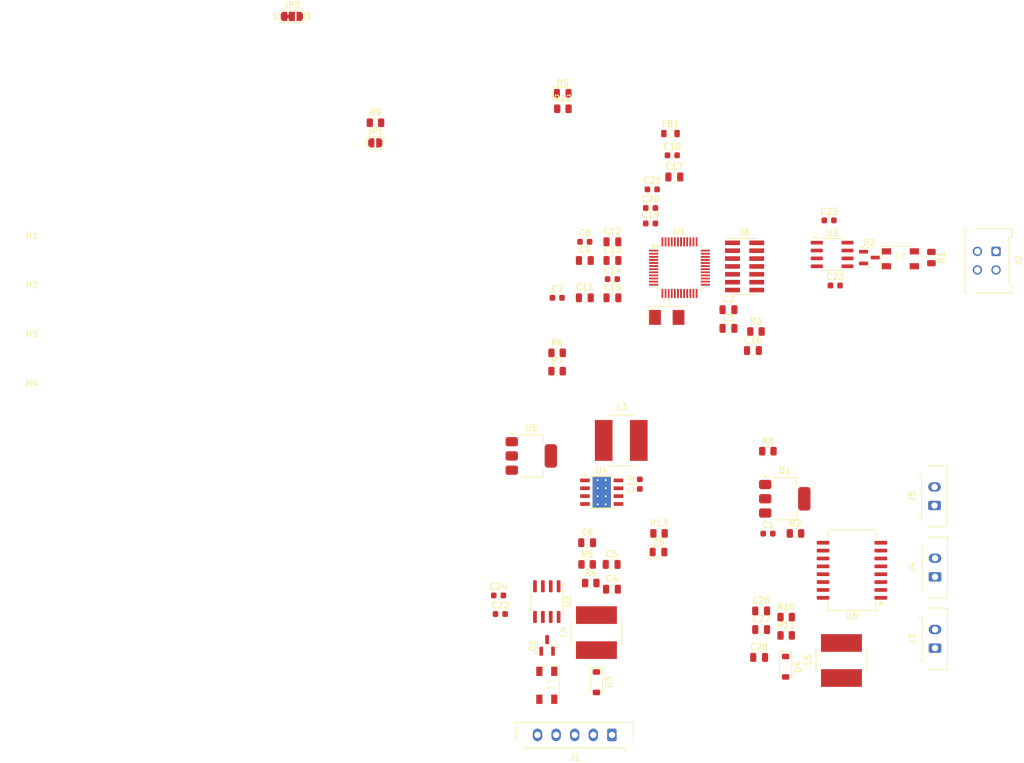
<source format=kicad_pcb>
(kicad_pcb (version 20240108) (generator "pcbnew") (generator_version "8.0")
  (layers (0 "F.Cu" signal) (1 "In1.Cu" signal) (2 "In2.Cu" signal) (31 "B.Cu" signal) (34 "B.Paste" user) (35 "F.Paste" user) (36 "B.SilkS" user "B.Silkscreen") (37 "F.SilkS" user "F.Silkscreen") (38 "B.Mask" user) (39 "F.Mask" user) (44 "Edge.Cuts" user))
  (net 0 "")
  (net 1 "/MCU/ENABLE_SLAVES")
  (net 2 "GND")
  (net 3 "/MCU/VDDA")
  (net 4 "/Contactors/HVIL_FILTERED")
  (net 5 "/Contactors/HVIL")
  (net 6 "Net-(D4-K)")
  (net 7 "+12V")
  (net 8 "/MCU/VIN_SENSE")
  (net 9 "Net-(U4-VCC)")
  (net 10 "Net-(U4-BOOT)")
  (net 11 "Net-(U4-SW)")
  (net 12 "Net-(U4-FB)")
  (net 13 "+5V")
  (net 14 "+3.3V")
  (net 15 "Net-(U2-CANH)")
  (net 16 "Net-(U2-CANL)")
  (net 17 "Net-(U3-CANH)")
  (net 18 "Net-(U3-CANL)")
  (net 19 "/CAN/CAN1_LOW")
  (net 20 "/CAN/CAN1_HIGH")
  (net 21 "/Power/VIN")
  (net 22 "Net-(D5-A)")
  (net 23 "/Slave Power/SLAVE_5V")
  (net 24 "/CAN/CAN2_LOW")
  (net 25 "/CAN/CAN2_HIGH")
  (net 26 "/Contactors/CONTACTOR_POS-")
  (net 27 "Net-(D6-A)")
  (net 32 "Net-(D3-K)")
  (net 33 "/Contactors/DRIVER_FAULT")
  (net 35 "/CAN/CAN1_RX")
  (net 38 "/MCU/SWO")
  (net 40 "/CAN/CAN1_STB")
  (net 42 "/Contactors/ENABLE_PRECHARGE")
  (net 43 "/MCU/BOOT1")
  (net 44 "/MCU/OSC_OUT")
  (net 45 "/MCU/DBG_RX")
  (net 46 "/Contactors/HVIL_SENSE")
  (net 47 "/MCU/PRIMARY")
  (net 48 "/CAN/CAN1_TX")
  (net 50 "/CAN/CAN2_TX")
  (net 51 "/MCU/SWCLK")
  (net 52 "/MCU/SWDIO")
  (net 53 "/MCU/LED")
  (net 55 "/MCU/OSC_IN")
  (net 57 "/Contactors/ENABLE_POS")
  (net 59 "/Contactors/ENABLE_NEG")
  (net 61 "/CAN/CAN2_RX")
  (net 62 "/MCU/NRST")
  (net 63 "/CAN/CAN2_STB")
  (net 65 "/MCU/DBG_TX")
  (net 69 "/Contactors/CONTACTOR_NEG-")
  (net 70 "/Contactors/RESET_DRIVER")
  (net 71 "/Contactors/CONTACTOR_PRECHARGE-")
  (net 72 "/Contactors/ENABLE_DRIVER")
  (footprint "Capacitor_SMD:C_0805_2012Metric" (layer "F.Cu") (at 158.2875 86.91)
    (property "Reference" "C2" (at 0 -1.68 0) (layer "F.SilkS"))
    (property "Value" "22pF")
    (pad "1" smd roundrect (at -0.95 0) (size 1 1.45) (layers "F.Cu" "F.Paste" "F.Mask") (net 55 "/MCU/OSC_IN"))
    (pad "2" smd roundrect (at 0.95 0) (size 1 1.45) (layers "F.Cu" "F.Paste" "F.Mask") (net 2 "GND"))
  )
  (footprint "Connector_Molex:Molex_Micro-Fit_3.0_43650-0215_1x02_P3.00mm_Vertical" (layer "F.Cu") (at 191.585 130 90)
    (property "Reference" "J4" (at 1.5 -3.67 90) (layer "F.SilkS"))
    (property "Value" "ContactorNeg")
    (pad "" np_thru_hole circle (at -3 -1.96 90) (size 1.27 1.27) (drill 1.27) (layers "*.Cu" "*.Mask"))
    (pad "" np_thru_hole circle (at 6 -1.96 90) (size 1.27 1.27) (drill 1.27) (layers "*.Cu" "*.Mask"))
    (pad "1" thru_hole roundrect (at 0 0 90) (size 1.5 2.02) (drill 1.02) (layers "*.Cu" "*.Mask") (roundrect_rratio 0.166667) (net 69 "/Contactors/CONTACTOR_NEG-"))
    (pad "2" thru_hole oval (at 3 0 90) (size 1.5 2.02) (drill 1.02) (layers "*.Cu" "*.Mask") (net 4 "/Contactors/HVIL_FILTERED"))
  )
  (footprint "Resistor_SMD:R_0805_2012Metric" (layer "F.Cu") (at 164.6375 109.73)
    (property "Reference" "R8" (at 0 -1.65 0) (layer "F.SilkS"))
    (property "Value" "10k")
    (pad "1" smd roundrect (at -0.9125 0) (size 1.025 1.4) (layers "F.Cu" "F.Paste" "F.Mask") (roundrect_rratio 0.243902) (net 14 "+3.3V"))
    (pad "2" smd roundrect (at 0.9125 0) (size 1.025 1.4) (layers "F.Cu" "F.Paste" "F.Mask") (roundrect_rratio 0.243902) (net 33 "/Contactors/DRIVER_FAULT"))
  )
  (footprint "Capacitor_SMD:C_0603_1608Metric" (layer "F.Cu") (at 121.5 136)
    (property "Reference" "C22" (at 0 -1.43 0) (layer "F.SilkS"))
    (property "Value" "100nF")
    (pad "1" smd roundrect (at -0.775 0) (size 0.9 0.95) (layers "F.Cu" "F.Paste" "F.Mask") (net 14 "+3.3V"))
    (pad "2" smd roundrect (at 0.775 0) (size 0.9 0.95) (layers "F.Cu" "F.Paste" "F.Mask") (net 2 "GND"))
  )
  (footprint "Capacitor_SMD:C_0805_2012Metric" (layer "F.Cu") (at 163.55 135.5)
    (property "Reference" "C26" (at 0 -1.68 0) (layer "F.SilkS"))
    (property "Value" "10uF 25V")
    (pad "1" smd roundrect (at -0.95 0) (size 1 1.45) (layers "F.Cu" "F.Paste" "F.Mask") (net 4 "/Contactors/HVIL_FILTERED"))
    (pad "2" smd roundrect (at 0.95 0) (size 1 1.45) (layers "F.Cu" "F.Paste" "F.Mask") (net 2 "GND"))
  )
  (footprint "Capacitor_SMD:C_0603_1608Metric" (layer "F.Cu") (at 145.725 70.5)
    (property "Reference" "C20" (at 0 -1.43 0) (layer "F.SilkS"))
    (property "Value" "100nF")
    (pad "1" smd roundrect (at -0.775 0) (size 0.9 0.95) (layers "F.Cu" "F.Paste" "F.Mask") (net 14 "+3.3V"))
    (pad "2" smd roundrect (at 0.775 0) (size 0.9 0.95) (layers "F.Cu" "F.Paste" "F.Mask") (net 2 "GND"))
  )
  (footprint "Jumper:SolderJumper-3_P1.3mm_Bridged12_RoundedPad1.0x1.5mm_NumberLabels" (layer "F.Cu") (at 87.9 39.6)
    (property "Reference" "JP3" (at 0 -1.8 0) (layer "F.SilkS"))
    (property "Value" "BOOT")
    (fp_poly (pts (xy -0.9 -0.3) (xy -0.4 -0.3) (xy -0.4 0.3) (xy -0.9 0.3)) (fill solid) (layer "F.Cu"))
    (fp_text user "3" (at 2.6 0 0) (layer "F.SilkS"))
    (fp_text user "1" (at -2.6 0 0) (layer "F.SilkS"))
    (pad "1" smd custom (at -1.3 0) (size 1 0.5) (layers "F.Cu" "F.Mask") (net 2 "GND") (options (clearance outline) (anchor rect)) (primitives (gr_poly (pts (xy 0.55 0.75) (xy 0 0.75) (xy 0 -0.75) (xy 0.55 -0.75)) (width 0) (fill yes)) (gr_circle (center 0 0.25) (end 0.5 0.25) (width 0) (fill yes)) (gr_circle (center 0 -0.25) (end 0.5 -0.25) (width 0) (fill yes))))
    (pad "2" smd rect (at 0 0) (size 1 1.5) (layers "F.Cu" "F.Mask") (net 43 "/MCU/BOOT1"))
    (pad "3" smd custom (at 1.3 0) (size 1 0.5) (layers "F.Cu" "F.Mask") (net 14 "+3.3V") (options (clearance outline) (anchor rect)) (primitives (gr_circle (center 0 0.25) (end 0.5 0.25) (width 0) (fill yes)) (gr_circle (center 0 -0.25) (end 0.5 -0.25) (width 0) (fill yes)) (gr_poly (pts (xy 0 0.75) (xy -0.55 0.75) (xy -0.55 -0.75) (xy 0 -0.75)) (width 0) (fill yes))))
  )
  (footprint "Capacitor_SMD:C_0603_1608Metric" (layer "F.Cu") (at 146 67.5)
    (property "Reference" "C21" (at 0 -1.43 0) (layer "F.SilkS"))
    (property "Value" "100nF")
    (pad "1" smd roundrect (at -0.775 0) (size 0.9 0.95) (layers "F.Cu" "F.Paste" "F.Mask") (net 14 "+3.3V"))
    (pad "2" smd roundrect (at 0.775 0) (size 0.9 0.95) (layers "F.Cu" "F.Paste" "F.Mask") (net 2 "GND"))
  )
  (footprint "Connector_Molex:Molex_Micro-Fit_3.0_43650-0215_1x02_P3.00mm_Vertical" (layer "F.Cu") (at 191.585 141.5 90)
    (property "Reference" "J3" (at 1.5 -3.67 90) (layer "F.SilkS"))
    (property "Value" "ContactorPos")
    (pad "" np_thru_hole circle (at -3 -1.96 90) (size 1.27 1.27) (drill 1.27) (layers "*.Cu" "*.Mask"))
    (pad "" np_thru_hole circle (at 6 -1.96 90) (size 1.27 1.27) (drill 1.27) (layers "*.Cu" "*.Mask"))
    (pad "1" thru_hole roundrect (at 0 0 90) (size 1.5 2.02) (drill 1.02) (layers "*.Cu" "*.Mask") (roundrect_rratio 0.166667) (net 26 "/Contactors/CONTACTOR_POS-"))
    (pad "2" thru_hole oval (at 3 0 90) (size 1.5 2.02) (drill 1.02) (layers "*.Cu" "*.Mask") (net 4 "/Contactors/HVIL_FILTERED"))
  )
  (footprint "Package_SO:Texas_HSOP-8-1EP_3.9x4.9mm_P1.27mm_ThermalVias" (layer "F.Cu") (at 137.85 116.35)
    (property "Reference" "U4" (at 0 -3.5 0) (layer "F.SilkS"))
    (property "Value" "LMR33620BDDA")
    (pad "1" smd rect (at -2.7 -1.905) (size 1.55 0.6) (layers "F.Cu" "F.Paste" "F.Mask") (net 2 "GND"))
    (pad "2" smd rect (at -2.7 -0.635) (size 1.55 0.6) (layers "F.Cu" "F.Paste" "F.Mask") (net 7 "+12V"))
    (pad "3" smd rect (at -2.7 0.635) (size 1.55 0.6) (layers "F.Cu" "F.Paste" "F.Mask") (net 7 "+12V"))
    (pad "4" smd rect (at -2.7 1.905) (size 1.55 0.6) (layers "F.Cu" "F.Paste" "F.Mask"))
    (pad "5" smd rect (at 2.7 1.905) (size 1.55 0.6) (layers "F.Cu" "F.Paste" "F.Mask") (net 12 "Net-(U4-FB)"))
    (pad "6" smd rect (at 2.7 0.635) (size 1.55 0.6) (layers "F.Cu" "F.Paste" "F.Mask") (net 9 "Net-(U4-VCC)"))
    (pad "7" smd rect (at 2.7 -0.635) (size 1.55 0.6) (layers "F.Cu" "F.Paste" "F.Mask") (net 10 "Net-(U4-BOOT)"))
    (pad "8" smd rect (at 2.7 -1.905) (size 1.55 0.6) (layers "F.Cu" "F.Paste" "F.Mask") (net 11 "Net-(U4-SW)"))
    (pad "9" thru_hole circle (at -0.65 -1.95) (size 0.6 0.6) (drill 0.3) (layers "*.Cu") (net 2 "GND"))
    (pad "9" thru_hole circle (at -0.65 -0.65) (size 0.6 0.6) (drill 0.3) (layers "*.Cu") (net 2 "GND"))
    (pad "9" thru_hole circle (at -0.65 0.65) (size 0.6 0.6) (drill 0.3) (layers "*.Cu") (net 2 "GND"))
    (pad "9" thru_hole circle (at -0.65 1.95) (size 0.6 0.6) (drill 0.3) (layers "*.Cu") (net 2 "GND"))
    (pad "9" smd rect (at 0 0) (size 2.95 4.9) (layers "F.Cu") (net 2 "GND"))
    (pad "9" smd rect (at 0 0) (size 2.95 4.9) (layers "B.Cu") (net 2 "GND"))
    (pad "9" thru_hole circle (at 0.65 -1.95) (size 0.6 0.6) (drill 0.3) (layers "*.Cu") (net 2 "GND"))
    (pad "9" thru_hole circle (at 0.65 -0.65) (size 0.6 0.6) (drill 0.3) (layers "*.Cu") (net 2 "GND"))
    (pad "9" thru_hole circle (at 0.65 0.65) (size 0.6 0.6) (drill 0.3) (layers "*.Cu") (net 2 "GND"))
    (pad "9" thru_hole circle (at 0.65 1.95) (size 0.6 0.6) (drill 0.3) (layers "*.Cu") (net 2 "GND"))
  )
  (footprint "Capacitor_SMD:C_0805_2012Metric" (layer "F.Cu") (at 139.5775 75.96)
    (property "Reference" "C12" (at 0 -1.68 0) (layer "F.SilkS"))
    (property "Value" "10uF")
    (pad "1" smd roundrect (at -0.95 0) (size 1 1.45) (layers "F.Cu" "F.Paste" "F.Mask") (net 13 "+5V"))
    (pad "2" smd roundrect (at 0.95 0) (size 1 1.45) (layers "F.Cu" "F.Paste" "F.Mask") (net 2 "GND"))
  )
  (footprint "Resistor_SMD:R_0805_2012Metric" (layer "F.Cu") (at 167.5875 139.45)
    (property "Reference" "R11" (at 0 -1.65 0) (layer "F.SilkS"))
    (property "Value" "R")
    (pad "1" smd roundrect (at -0.9125 0) (size 1.025 1.4) (layers "F.Cu" "F.Paste" "F.Mask") (roundrect_rratio 0.243902) (net 46 "/Contactors/HVIL_SENSE"))
    (pad "2" smd roundrect (at 0.9125 0) (size 1.025 1.4) (layers "F.Cu" "F.Paste" "F.Mask") (roundrect_rratio 0.243902) (net 2 "GND"))
  )
  (footprint "Package_SO:SOIC-16W_7.5x12.8mm_P1.27mm" (layer "F.Cu") (at 178.1875 128.945 180)
    (property "Reference" "U6" (at 0 -7.35 360) (layer "F.SilkS"))
    (property "Value" "DRV8803")
    (pad "1" smd roundrect (at -4.65 -4.445 180) (size 2.05 0.6) (layers "F.Cu" "F.Paste" "F.Mask") (net 4 "/Contactors/HVIL_FILTERED"))
    (pad "2" smd roundrect (at -4.65 -3.175 180) (size 2.05 0.6) (layers "F.Cu" "F.Paste" "F.Mask") (net 4 "/Contactors/HVIL_FILTERED"))
    (pad "3" smd roundrect (at -4.65 -1.905 180) (size 2.05 0.6) (layers "F.Cu" "F.Paste" "F.Mask") (net 26 "/Contactors/CONTACTOR_POS-"))
    (pad "4" smd roundrect (at -4.65 -0.635 180) (size 2.05 0.6) (layers "F.Cu" "F.Paste" "F.Mask") (net 69 "/Contactors/CONTACTOR_NEG-"))
    (pad "5" smd roundrect (at -4.65 0.635 180) (size 2.05 0.6) (layers "F.Cu" "F.Paste" "F.Mask") (net 2 "GND"))
    (pad "6" smd roundrect (at -4.65 1.905 180) (size 2.05 0.6) (layers "F.Cu" "F.Paste" "F.Mask") (net 2 "GND"))
    (pad "7" smd roundrect (at -4.65 3.175 180) (size 2.05 0.6) (layers "F.Cu" "F.Paste" "F.Mask") (net 2 "GND"))
    (pad "8" smd roundrect (at -4.65 4.445 180) (size 2.05 0.6) (layers "F.Cu" "F.Paste" "F.Mask") (net 71 "/Contactors/CONTACTOR_PRECHARGE-"))
    (pad "9" smd roundrect (at 4.65 4.445 180) (size 2.05 0.6) (layers "F.Cu" "F.Paste" "F.Mask"))
    (pad "10" smd roundrect (at 4.65 3.175 180) (size 2.05 0.6) (layers "F.Cu" "F.Paste" "F.Mask") (net 72 "/Contactors/ENABLE_DRIVER"))
    (pad "11" smd roundrect (at 4.65 1.905 180) (size 2.05 0.6) (layers "F.Cu" "F.Paste" "F.Mask") (net 70 "/Contactors/RESET_DRIVER"))
    (pad "12" smd roundrect (at 4.65 0.635 180) (size 2.05 0.6) (layers "F.Cu" "F.Paste" "F.Mask"))
    (pad "13" smd roundrect (at 4.65 -0.635 180) (size 2.05 0.6) (layers "F.Cu" "F.Paste" "F.Mask") (net 42 "/Contactors/ENABLE_PRECHARGE"))
    (pad "14" smd roundrect (at 4.65 -1.905 180) (size 2.05 0.6) (layers "F.Cu" "F.Paste" "F.Mask") (net 2 "GND"))
    (pad "15" smd roundrect (at 4.65 -3.175 180) (size 2.05 0.6) (layers "F.Cu" "F.Paste" "F.Mask") (net 2 "GND"))
    (pad "16" smd roundrect (at 4.65 -4.445 180) (size 2.05 0.6) (layers "F.Cu" "F.Paste" "F.Mask") (net 2 "GND"))
  )
  (footprint "aphid:ABM3-x.xxxMHZ-D2Y-T" (layer "F.Cu") (at 148.3375 88.155)
    (property "Reference" "Y1" (at 0 -2.6 0) (layer "F.SilkS") (effects (font (thickness 0.1))))
    (property "Value" "8 MHz")
    (pad "1" smd rect (at -1.9 0) (size 1.9 2.4) (layers "F.Cu" "F.Paste" "F.Mask") (net 55 "/MCU/OSC_IN"))
    (pad "2" smd rect (at 1.9 0) (size 1.9 2.4) (layers "F.Cu" "F.Paste" "F.Mask") (net 44 "/MCU/OSC_OUT"))
  )
  (footprint "Package_QFP:LQFP-48_7x7mm_P0.5mm" (layer "F.Cu") (at 150.3875 80.13)
    (property "Reference" "U1" (at 0 -5.85 0) (layer "F.SilkS"))
    (property "Value" "STM32G491CCTx")
    (pad "1" smd roundrect (at -4.1625 -2.75) (size 1.475 0.3) (layers "F.Cu" "F.Paste" "F.Mask") (net 14 "+3.3V"))
    (pad "2" smd roundrect (at -4.1625 -2.25) (size 1.475 0.3) (layers "F.Cu" "F.Paste" "F.Mask"))
    (pad "3" smd roundrect (at -4.1625 -1.75) (size 1.475 0.3) (layers "F.Cu" "F.Paste" "F.Mask"))
    (pad "4" smd roundrect (at -4.1625 -1.25) (size 1.475 0.3) (layers "F.Cu" "F.Paste" "F.Mask"))
    (pad "5" smd roundrect (at -4.1625 -0.75) (size 1.475 0.3) (layers "F.Cu" "F.Paste" "F.Mask") (net 55 "/MCU/OSC_IN"))
    (pad "6" smd roundrect (at -4.1625 -0.25) (size 1.475 0.3) (layers "F.Cu" "F.Paste" "F.Mask") (net 44 "/MCU/OSC_OUT"))
    (pad "7" smd roundrect (at -4.1625 0.25) (size 1.475 0.3) (layers "F.Cu" "F.Paste" "F.Mask") (net 62 "/MCU/NRST"))
    (pad "8" smd roundrect (at -4.1625 0.75) (size 1.475 0.3) (layers "F.Cu" "F.Paste" "F.Mask") (net 8 "/MCU/VIN_SENSE"))
    (pad "9" smd roundrect (at -4.1625 1.25) (size 1.475 0.3) (layers "F.Cu" "F.Paste" "F.Mask") (net 46 "/Contactors/HVIL_SENSE"))
    (pad "10" smd roundrect (at -4.1625 1.75) (size 1.475 0.3) (layers "F.Cu" "F.Paste" "F.Mask") (net 72 "/Contactors/ENABLE_DRIVER"))
    (pad "11" smd roundrect (at -4.1625 2.25) (size 1.475 0.3) (layers "F.Cu" "F.Paste" "F.Mask") (net 70 "/Contactors/RESET_DRIVER"))
    (pad "12" smd roundrect (at -4.1625 2.75) (size 1.475 0.3) (layers "F.Cu" "F.Paste" "F.Mask") (net 33 "/Contactors/DRIVER_FAULT"))
    (pad "13" smd roundrect (at -2.75 4.1625) (size 0.3 1.475) (layers "F.Cu" "F.Paste" "F.Mask") (net 57 "/Contactors/ENABLE_POS"))
    (pad "14" smd roundrect (at -2.25 4.1625) (size 0.3 1.475) (layers "F.Cu" "F.Paste" "F.Mask") (net 59 "/Contactors/ENABLE_NEG"))
    (pad "15" smd roundrect (at -1.75 4.1625) (size 0.3 1.475) (layers "F.Cu" "F.Paste" "F.Mask") (net 42 "/Contactors/ENABLE_PRECHARGE"))
    (pad "16" smd roundrect (at -1.25 4.1625) (size 0.3 1.475) (layers "F.Cu" "F.Paste" "F.Mask") (net 53 "/MCU/LED"))
    (pad "17" smd roundrect (at -0.75 4.1625) (size 0.3 1.475) (layers "F.Cu" "F.Paste" "F.Mask") (net 47 "/MCU/PRIMARY"))
    (pad "18" smd roundrect (at -0.25 4.1625) (size 0.3 1.475) (layers "F.Cu" "F.Paste" "F.Mask"))
    (pad "19" smd roundrect (at 0.25 4.1625) (size 0.3 1.475) (layers "F.Cu" "F.Paste" "F.Mask") (net 2 "GND"))
    (pad "20" smd roundrect (at 0.75 4.1625) (size 0.3 1.475) (layers "F.Cu" "F.Paste" "F.Mask") (net 3 "/MCU/VDDA"))
    (pad "21" smd roundrect (at 1.25 4.1625) (size 0.3 1.475) (layers "F.Cu" "F.Paste" "F.Mask") (net 3 "/MCU/VDDA"))
    (pad "22" smd roundrect (at 1.75 4.1625) (size 0.3 1.475) (layers "F.Cu" "F.Paste" "F.Mask"))
    (pad "23" smd roundrect (at 2.25 4.1625) (size 0.3 1.475) (layers "F.Cu" "F.Paste" "F.Mask") (net 2 "GND"))
    (pad "24" smd roundrect (at 2.75 4.1625) (size 0.3 1.475) (layers "F.Cu" "F.Paste" "F.Mask") (net 14 "+3.3V"))
    (pad "25" smd roundrect (at 4.1625 2.75) (size 1.475 0.3) (layers "F.Cu" "F.Paste" "F.Mask") (net 63 "/CAN/CAN2_STB"))
    (pad "26" smd roundrect (at 4.1625 2.25) (size 1.475 0.3) (layers "F.Cu" "F.Paste" "F.Mask") (net 61 "/CAN/CAN2_RX"))
    (pad "27" smd roundrect (at 4.1625 1.75) (size 1.475 0.3) (layers "F.Cu" "F.Paste" "F.Mask") (net 50 "/CAN/CAN2_TX"))
    (pad "28" smd roundrect (at 4.1625 1.25) (size 1.475 0.3) (layers "F.Cu" "F.Paste" "F.Mask"))
    (pad "29" smd roundrect (at 4.1625 0.75) (size 1.475 0.3) (layers "F.Cu" "F.Paste" "F.Mask") (net 1 "/MCU/ENABLE_SLAVES"))
    (pad "30" smd roundrect (at 4.1625 0.25) (size 1.475 0.3) (layers "F.Cu" "F.Paste" "F.Mask"))
    (pad "31" smd roundrect (at 4.1625 -0.25) (size 1.475 0.3) (layers "F.Cu" "F.Paste" "F.Mask"))
    (pad "32" smd roundrect (at 4.1625 -0.75) (size 1.475 0.3) (layers "F.Cu" "F.Paste" "F.Mask") (net 40 "/CAN/CAN1_STB"))
    (pad "33" smd roundrect (at 4.1625 -1.25) (size 1.475 0.3) (layers "F.Cu" "F.Paste" "F.Mask") (net 35 "/CAN/CAN1_RX"))
    (pad "34" smd roundrect (at 4.1625 -1.75) (size 1.475 0.3) (layers "F.Cu" "F.Paste" "F.Mask") (net 48 "/CAN/CAN1_TX"))
    (pad "35" smd roundrect (at 4.1625 -2.25) (size 1.475 0.3) (layers "F.Cu" "F.Paste" "F.Mask") (net 2 "GND"))
    (pad "36" smd roundrect (at 4.1625 -2.75) (size 1.475 0.3) (layers "F.Cu" "F.Paste" "F.Mask") (net 14 "+3.3V"))
    (pad "37" smd roundrect (at 2.75 -4.1625) (size 0.3 1.475) (layers "F.Cu" "F.Paste" "F.Mask") (net 52 "/MCU/SWDIO"))
    (pad "38" smd roundrect (at 2.25 -4.1625) (size 0.3 1.475) (layers "F.Cu" "F.Paste" "F.Mask") (net 51 "/MCU/SWCLK"))
    (pad "39" smd roundrect (at 1.75 -4.1625) (size 0.3 1.475) (layers "F.Cu" "F.Paste" "F.Mask"))
    (pad "40" smd roundrect (at 1.25 -4.1625) (size 0.3 1.475) (layers "F.Cu" "F.Paste" "F.Mask") (net 38 "/MCU/SWO"))
    (pad "41" smd roundrect (at 0.75 -4.1625) (size 0.3 1.475) (layers "F.Cu" "F.Paste" "F.Mask"))
    (pad "42" smd roundrect (at 0.25 -4.1625) (size 0.3 1.475) (layers "F.Cu" "F.Paste" "F.Mask"))
    (pad "43" smd roundrect (at -0.25 -4.1625) (size 0.3 1.475) (layers "F.Cu" "F.Paste" "F.Mask") (net 65 "/MCU/DBG_TX"))
    (pad "44" smd roundrect (at -0.75 -4.1625) (size 0.3 1.475) (layers "F.Cu" "F.Paste" "F.Mask") (net 45 "/MCU/DBG_RX"))
    (pad "45" smd roundrect (at -1.25 -4.1625) (size 0.3 1.475) (layers "F.Cu" "F.Paste" "F.Mask") (net 43 "/MCU/BOOT1"))
    (pad "46" smd roundrect (at -1.75 -4.1625) (size 0.3 1.475) (layers "F.Cu" "F.Paste" "F.Mask"))
    (pad "47" smd roundrect (at -2.25 -4.1625) (size 0.3 1.475) (layers "F.Cu" "F.Paste" "F.Mask") (net 2 "GND"))
    (pad "48" smd roundrect (at -2.75 -4.1625) (size 0.3 1.475) (layers "F.Cu" "F.Paste" "F.Mask") (net 14 "+3.3V"))
  )
  (footprint "Diode_SMD:D_SOD-123" (layer "F.Cu") (at 167.5 144.5 -90)
    (property "Reference" "D4" (at 0 -2 90) (layer "F.SilkS"))
    (property "Value" "D_Schottky")
    (pad "1" smd roundrect (at -1.65 0 270) (size 0.9 1.2) (layers "F.Cu" "F.Paste" "F.Mask") (net 6 "Net-(D4-K)"))
    (pad "2" smd roundrect (at 1.65 0 270) (size 0.9 1.2) (layers "F.Cu" "F.Paste" "F.Mask") (net 5 "/Contactors/HVIL"))
  )
  (footprint "Resistor_SMD:R_0805_2012Metric" (layer "F.Cu") (at 135.5 128)
    (property "Reference" "R5" (at 0 -1.65 0) (layer "F.SilkS"))
    (property "Value" "R")
    (pad "1" smd roundrect (at -0.9125 0) (size 1.025 1.4) (layers "F.Cu" "F.Paste" "F.Mask") (roundrect_rratio 0.243902) (net 8 "/MCU/VIN_SENSE"))
    (pad "2" smd roundrect (at 0.9125 0) (size 1.025 1.4) (layers "F.Cu" "F.Paste" "F.Mask") (roundrect_rratio 0.243902) (net 2 "GND"))
  )
  (footprint "MountingHole:MountingHole_3.2mm_M3" (layer "F.Cu") (at 46 103)
    (property "Reference" "H4" (at 0 -4.2 0) (layer "F.SilkS"))
    (property "Value" "MountingHole")
    (pad "" np_thru_hole circle (at 0 0) (size 3.2 3.2) (drill 3.2) (layers "*.Cu" "*.Mask"))
  )
  (footprint "Connector_Molex:Molex_Micro-Fit_3.0_43045-0412_2x02_P3.00mm_Vertical" (layer "F.Cu") (at 201.42 77.5 -90)
    (property "Reference" "J2" (at 1.5 -3.67 90) (layer "F.SilkS"))
    (property "Value" "Slaves")
    (pad "" np_thru_hole circle (at -3 3.94 270) (size 1.02 1.02) (drill 1.02) (layers "*.Cu" "*.Mask"))
    (pad "" np_thru_hole circle (at 6 3.94 270) (size 1.02 1.02) (drill 1.02) (layers "*.Cu" "*.Mask"))
    (pad "1" thru_hole roundrect (at 0 0 270) (size 1.5 1.5) (drill 1.02) (layers "*.Cu" "*.Mask") (roundrect_rratio 0.166667) (net 2 "GND"))
    (pad "2" thru_hole circle (at 3 0 270) (size 1.5 1.5) (drill 1.02) (layers "*.Cu" "*.Mask") (net 23 "/Slave Power/SLAVE_5V"))
    (pad "3" thru_hole circle (at 0 3 270) (size 1.5 1.5) (drill 1.02) (layers "*.Cu" "*.Mask") (net 25 "/CAN/CAN2_HIGH"))
    (pad "4" thru_hole circle (at 3 3 270) (size 1.5 1.5) (drill 1.02) (layers "*.Cu" "*.Mask") (net 24 "/CAN/CAN2_LOW"))
  )
  (footprint "Resistor_SMD:R_0805_2012Metric" (layer "F.Cu") (at 130.6575 96.82)
    (property "Reference" "R7" (at 0 -1.65 0) (layer "F.SilkS"))
    (property "Value" "24.9k")
    (pad "1" smd roundrect (at -0.9125 0) (size 1.025 1.4) (layers "F.Cu" "F.Paste" "F.Mask") (roundrect_rratio 0.243902) (net 12 "Net-(U4-FB)"))
    (pad "2" smd roundrect (at 0.9125 0) (size 1.025 1.4) (layers "F.Cu" "F.Paste" "F.Mask") (roundrect_rratio 0.243902) (net 2 "GND"))
  )
  (footprint "Inductor_SMD:L_0805_2012Metric" (layer "F.Cu") (at 148.9375 58.5)
    (property "Reference" "FB1" (at 0 -1.55 0) (layer "F.SilkS"))
    (property "Value" "600 ohm")
    (pad "1" smd roundrect (at -1.0625 0) (size 0.875 1.2) (layers "F.Cu" "F.Paste" "F.Mask") (net 14 "+3.3V"))
    (pad "2" smd roundrect (at 1.0625 0) (size 0.875 1.2) (layers "F.Cu" "F.Paste" "F.Mask") (net 3 "/MCU/VDDA"))
  )
  (footprint "Capacitor_SMD:C_0603_1608Metric" (layer "F.Cu") (at 121.225 133)
    (property "Reference" "C24" (at 0 -1.43 0) (layer "F.SilkS"))
    (property "Value" "100nF")
    (pad "1" smd roundrect (at -0.775 0) (size 0.9 0.95) (layers "F.Cu" "F.Paste" "F.Mask") (net 13 "+5V"))
    (pad "2" smd roundrect (at 0.775 0) (size 0.9 0.95) (layers "F.Cu" "F.Paste" "F.Mask") (net 2 "GND"))
  )
  (footprint "Package_SO:SOIC-8_3.9x4.9mm_P1.27mm" (layer "F.Cu") (at 129 134 -90)
    (property "Reference" "U2" (at 0 -3.4 90) (layer "F.SilkS"))
    (property "Value" "TJA1042T-3")
    (pad "1" smd roundrect (at -2.475 -1.905 270) (size 1.95 0.6) (layers "F.Cu" "F.Paste" "F.Mask") (net 48 "/CAN/CAN1_TX"))
    (pad "2" smd roundrect (at -2.475 -0.635 270) (size 1.95 0.6) (layers "F.Cu" "F.Paste" "F.Mask") (net 2 "GND"))
    (pad "3" smd roundrect (at -2.475 0.635 270) (size 1.95 0.6) (layers "F.Cu" "F.Paste" "F.Mask") (net 13 "+5V"))
    (pad "4" smd roundrect (at -2.475 1.905 270) (size 1.95 0.6) (layers "F.Cu" "F.Paste" "F.Mask") (net 35 "/CAN/CAN1_RX"))
    (pad "5" smd roundrect (at 2.475 1.905 270) (size 1.95 0.6) (layers "F.Cu" "F.Paste" "F.Mask") (net 14 "+3.3V"))
    (pad "6" smd roundrect (at 2.475 0.635 270) (size 1.95 0.6) (layers "F.Cu" "F.Paste" "F.Mask") (net 16 "Net-(U2-CANL)"))
    (pad "7" smd roundrect (at 2.475 -0.635 270) (size 1.95 0.6) (layers "F.Cu" "F.Paste" "F.Mask") (net 15 "Net-(U2-CANH)"))
    (pad "8" smd roundrect (at 2.475 -1.905 270) (size 1.95 0.6) (layers "F.Cu" "F.Paste" "F.Mask") (net 40 "/CAN/CAN1_STB"))
  )
  (footprint "LED_SMD:LED_0805_2012Metric" (layer "F.Cu") (at 131.5625 52)
    (property "Reference" "D5" (at 0 -1.65 0) (layer "F.SilkS"))
    (property "Value" "STATUS")
    (pad "1" smd roundrect (at -0.9375 0) (size 0.975 1.4) (layers "F.Cu" "F.Paste" "F.Mask") (net 2 "GND"))
    (pad "2" smd roundrect (at 0.9375 0) (size 0.975 1.4) (layers "F.Cu" "F.Paste" "F.Mask") (net 22 "Net-(D5-A)"))
  )
  (footprint "Package_SO:SOIC-8_3.9x4.9mm_P1.27mm" (layer "F.Cu") (at 175 78)
    (property "Reference" "U3" (at 0 -3.4 0) (layer "F.SilkS"))
    (property "Value" "TJA1042T-3")
    (pad "1" smd roundrect (at -2.475 -1.905) (size 1.95 0.6) (layers "F.Cu" "F.Paste" "F.Mask") (net 50 "/CAN/CAN2_TX"))
    (pad "2" smd roundrect (at -2.475 -0.635) (size 1.95 0.6) (layers "F.Cu" "F.Paste" "F.Mask") (net 2 "GND"))
    (pad "3" smd roundrect (at -2.475 0.635) (size 1.95 0.6) (layers "F.Cu" "F.Paste" "F.Mask") (net 13 "+5V"))
    (pad "4" smd roundrect (at -2.475 1.905) (size 1.95 0.6) (layers "F.Cu" "F.Paste" "F.Mask") (net 61 "/CAN/CAN2_RX"))
    (pad "5" smd roundrect (at 2.475 1.905) (size 1.95 0.6) (layers "F.Cu" "F.Paste" "F.Mask") (net 14 "+3.3V"))
    (pad "6" smd roundrect (at 2.475 0.635) (size 1.95 0.6) (layers "F.Cu" "F.Paste" "F.Mask") (net 18 "Net-(U3-CANL)"))
    (pad "7" smd roundrect (at 2.475 -0.635) (size 1.95 0.6) (layers "F.Cu" "F.Paste" "F.Mask") (net 17 "Net-(U3-CANH)"))
    (pad "8" smd roundrect (at 2.475 -1.905) (size 1.95 0.6) (layers "F.Cu" "F.Paste" "F.Mask") (net 63 "/CAN/CAN2_STB"))
  )
  (footprint "Resistor_SMD:R_0805_2012Metric" (layer "F.Cu") (at 147.0875 123)
    (property "Reference" "R13" (at 0 -1.65 0) (layer "F.SilkS"))
    (property "Value" "R")
    (pad "1" smd roundrect (at -0.9125 0) (size 1.025 1.4) (layers "F.Cu" "F.Paste" "F.Mask") (roundrect_rratio 0.243902) (net 14 "+3.3V"))
    (pad "2" smd roundrect (at 0.9125 0) (size 1.025 1.4) (layers "F.Cu" "F.Paste" "F.Mask") (roundrect_rratio 0.243902) (net 27 "Net-(D6-A)"))
  )
  (footprint "Capacitor_SMD:C_0805_2012Metric" (layer "F.Cu") (at 139.5775 84.99)
    (property "Reference" "C15" (at 0 -1.68 0) (layer "F.SilkS"))
    (property "Value" "10uF")
    (pad "1" smd roundrect (at -0.95 0) (size 1 1.45) (layers "F.Cu" "F.Paste" "F.Mask") (net 14 "+3.3V"))
    (pad "2" smd roundrect (at 0.95 0) (size 1 1.45) (layers "F.Cu" "F.Paste" "F.Mask") (net 2 "GND"))
  )
  (footprint "Connector_Molex:Molex_Micro-Fit_3.0_43650-0215_1x02_P3.00mm_Vertical" (layer "F.Cu") (at 191.5 118.5 90)
    (property "Reference" "J5" (at 1.5 -3.67 90) (layer "F.SilkS"))
    (property "Value" "ContactorPrecharge")
    (pad "" np_thru_hole circle (at -3 -1.96 90) (size 1.27 1.27) (drill 1.27) (layers "*.Cu" "*.Mask"))
    (pad "" np_thru_hole circle (at 6 -1.96 90) (size 1.27 1.27) (drill 1.27) (layers "*.Cu" "*.Mask"))
    (pad "1" thru_hole roundrect (at 0 0 90) (size 1.5 2.02) (drill 1.02) (layers "*.Cu" "*.Mask") (roundrect_rratio 0.166667) (net 71 "/Contactors/CONTACTOR_PRECHARGE-"))
    (pad "2" thru_hole oval (at 3 0 90) (size 1.5 2.02) (drill 1.02) (layers "*.Cu" "*.Mask") (net 4 "/Contactors/HVIL_FILTERED"))
  )
  (footprint "Capacitor_SMD:C_0603_1608Metric" (layer "F.Cu") (at 175.5 83)
    (property "Reference" "C23" (at 0 -1.43 0) (layer "F.SilkS"))
    (property "Value" "100nF")
    (pad "1" smd roundrect (at -0.775 0) (size 0.9 0.95) (layers "F.Cu" "F.Paste" "F.Mask") (net 14 "+3.3V"))
    (pad "2" smd roundrect (at 0.775 0) (size 0.9 0.95) (layers "F.Cu" "F.Paste" "F.Mask") (net 2 "GND"))
  )
  (footprint "Resistor_SMD:R_0805_2012Metric" (layer "F.Cu") (at 101.38 56.75)
    (property "Reference" "R9" (at 0 -1.65 0) (layer "F.SilkS"))
    (property "Value" "10k")
    (pad "1" smd roundrect (at -0.9125 0) (size 1.025 1.4) (layers "F.Cu" "F.Paste" "F.Mask") (roundrect_rratio 0.243902) (net 47 "/MCU/PRIMARY"))
    (pad "2" smd roundrect (at 0.9125 0) (size 1.025 1.4) (layers "F.Cu" "F.Paste" "F.Mask") (roundrect_rratio 0.243902) (net 2 "GND"))
  )
  (footprint "Resistor_SMD:R_0805_2012Metric" (layer "F.Cu") (at 130.6575 93.87)
    (property "Reference" "R6" (at 0 -1.65 0) (layer "F.SilkS"))
    (property "Value" "100k")
    (pad "1" smd roundrect (at -0.9125 0) (size 1.025 1.4) (layers "F.Cu" "F.Paste" "F.Mask") (roundrect_rratio 0.243902) (net 13 "+5V"))
    (pad "2" smd roundrect (at 0.9125 0) (size 1.025 1.4) (layers "F.Cu" "F.Paste" "F.Mask") (roundrect_rratio 0.243902) (net 12 "Net-(U4-FB)"))
  )
  (footprint "Capacitor_SMD:C_0805_2012Metric" (layer "F.Cu") (at 163.55 138.51)
    (property "Reference" "C27" (at 0 -1.68 0) (layer "F.SilkS"))
    (property "Value" "10uF 25V")
    (pad "1" smd roundrect (at -0.95 0) (size 1 1.45) (layers "F.Cu" "F.Paste" "F.Mask") (net 4 "/Contactors/HVIL_FILTERED"))
    (pad "2" smd roundrect (at 0.95 0) (size 1 1.45) (layers "F.Cu" "F.Paste" "F.Mask") (net 2 "GND"))
  )
  (footprint "Capacitor_SMD:C_0603_1608Metric" (layer "F.Cu") (at 149.225 62)
    (property "Reference" "C18" (at 0 -1.43 0) (layer "F.SilkS"))
    (property "Value" "100nF")
    (pad "1" smd roundrect (at -0.775 0) (size 0.9 0.95) (layers "F.Cu" "F.Paste" "F.Mask") (net 3 "/MCU/VDDA"))
    (pad "2" smd roundrect (at 0.775 0) (size 0.9 0.95) (layers "F.Cu" "F.Paste" "F.Mask") (net 2 "GND"))
  )
  (footprint "Capacitor_SMD:C_0805_2012Metric" (layer "F.Cu") (at 135.1275 84.99)
    (property "Reference" "C11" (at 0 -1.68 0) (layer "F.SilkS"))
    (property "Value" "10pF")
    (pad "1" smd roundrect (at -0.95 0) (size 1 1.45) (layers "F.Cu" "F.Paste" "F.Mask") (net 13 "+5V"))
    (pad "2" smd roundrect (at 0.95 0) (size 1 1.45) (layers "F.Cu" "F.Paste" "F.Mask") (net 12 "Net-(U4-FB)"))
  )
  (footprint "Package_TO_SOT_SMD:SOT-223-3_TabPin2" (layer "F.Cu") (at 126.5 110.5)
    (property "Reference" "U5" (at 0 -4.5 0) (layer "F.SilkS"))
    (property "Value" "LD1117S33")
    (pad "1" smd roundrect (at -3.15 -2.3) (size 2 1.5) (layers "F.Cu" "F.Paste" "F.Mask") (net 2 "GND"))
    (pad "2" smd roundrect (at -3.15 0) (size 2 1.5) (layers "F.Cu" "F.Paste" "F.Mask") (net 14 "+3.3V"))
    (pad "2" smd roundrect (at 3.15 0) (size 2 3.8) (layers "F.Cu" "F.Paste" "F.Mask") (net 14 "+3.3V"))
    (pad "3" smd roundrect (at -3.15 2.3) (size 2 1.5) (layers "F.Cu" "F.Paste" "F.Mask") (net 13 "+5V"))
  )
  (footprint "Package_TO_SOT_SMD:SOT-223-3_TabPin2" (layer "F.Cu") (at 167.3575 117.405)
    (property "Reference" "Q1" (at 0 -4.5 0) (layer "F.SilkS"))
    (property "Value" "ZXMP4A16G")
    (pad "1" smd roundrect (at -3.15 -2.3) (size 2 1.5) (layers "F.Cu" "F.Paste" "F.Mask") (net 1 "/MCU/ENABLE_SLAVES"))
    (pad "2" smd roundrect (at -3.15 0) (size 2 1.5) (layers "F.Cu" "F.Paste" "F.Mask") (net 23 "/Slave Power/SLAVE_5V"))
    (pad "2" smd roundrect (at 3.15 0) (size 2 3.8) (layers "F.Cu" "F.Paste" "F.Mask") (net 23 "/Slave Power/SLAVE_5V"))
    (pad "3" smd roundrect (at -3.15 2.3) (size 2 1.5) (layers "F.Cu" "F.Paste" "F.Mask") (net 13 "+5V"))
  )
  (footprint "Resistor_SMD:R_0805_2012Metric" (layer "F.Cu") (at 167.5875 136.5)
    (property "Reference" "R10" (at 0 -1.65 0) (layer "F.SilkS"))
    (property "Value" "R")
    (pad "1" smd roundrect (at -0.9125 0) (size 1.025 1.4) (layers "F.Cu" "F.Paste" "F.Mask") (roundrect_rratio 0.243902) (net 4 "/Contactors/HVIL_FILTERED"))
    (pad "2" smd roundrect (at 0.9125 0) (size 1.025 1.4) (layers "F.Cu" "F.Paste" "F.Mask") (roundrect_rratio 0.243902) (net 46 "/Contactors/HVIL_SENSE"))
  )
  (footprint "aphid:DLW43SH" (layer "F.Cu") (at 186 78.7)
    (property "Reference" "L2" (at 0 -0.5 0) (layer "F.SilkS") (effects (font (thickness 0.1))))
    (property "Value" "DLW43SH")
    (pad "1" smd rect (at -2.25 -1.2) (size 1.5 1) (layers "F.Cu" "F.Paste" "F.Mask") (net 17 "Net-(U3-CANH)"))
    (pad "2" smd rect (at 2.25 -1.2) (size 1.5 1) (layers "F.Cu" "F.Paste" "F.Mask") (net 25 "/CAN/CAN2_HIGH"))
    (pad "3" smd rect (at 2.25 1.2) (size 1.5 1) (layers "F.Cu" "F.Paste" "F.Mask") (net 24 "/CAN/CAN2_LOW"))
    (pad "4" smd rect (at -2.25 1.2) (size 1.5 1) (layers "F.Cu" "F.Paste" "F.Mask") (net 18 "Net-(U3-CANL)"))
  )
  (footprint "LED_SMD:LED_0805_2012Metric" (layer "F.Cu") (at 147 126)
    (property "Reference" "D6" (at 0 -1.65 0) (layer "F.SilkS"))
    (property "Value" "POWER")
    (pad "1" smd roundrect (at -0.9375 0) (size 0.975 1.4) (layers "F.Cu" "F.Paste" "F.Mask") (net 2 "GND"))
    (pad "2" smd roundrect (at 0.9375 0) (size 0.975 1.4) (layers "F.Cu" "F.Paste" "F.Mask") (net 27 "Net-(D6-A)"))
  )
  (footprint "Capacitor_SMD:C_0805_2012Metric" (layer "F.Cu") (at 135.5 124.5)
    (property "Reference" "C6" (at 0 -1.68 0) (layer "F.SilkS"))
    (property "Value" "100nF")
    (pad "1" smd roundrect (at -0.95 0) (size 1 1.45) (layers "F.Cu" "F.Paste" "F.Mask") (net 8 "/MCU/VIN_SENSE"))
    (pad "2" smd roundrect (at 0.95 0) (size 1 1.45) (layers "F.Cu" "F.Paste" "F.Mask") (net 2 "GND"))
  )
  (footprint "Capacitor_SMD:C_0805_2012Metric" (layer "F.Cu") (at 162.225 93.5)
    (property "Reference" "C16" (at 0 -1.68 0) (layer "F.SilkS"))
    (property "Value" "100nF")
    (pad "1" smd roundrect (at -0.95 0) (size 1 1.45) (layers "F.Cu" "F.Paste" "F.Mask") (net 62 "/MCU/NRST"))
    (pad "2" smd roundrect (at 0.95 0) (size 1 1.45) (layers "F.Cu" "F.Paste" "F.Mask") (net 2 "GND"))
  )
  (footprint "Capacitor_SMD:C_0805_2012Metric" (layer "F.Cu") (at 139.5775 78.97)
    (property "Reference" "C13" (at 0 -1.68 0) (layer "F.SilkS"))
    (property "Value" "10uF")
    (pad "1" smd roundrect (at -0.95 0) (size 1 1.45) (layers "F.Cu" "F.Paste" "F.Mask") (net 13 "+5V"))
    (pad "2" smd roundrect (at 0.95 0) (size 1 1.45) (layers "F.Cu" "F.Paste" "F.Mask") (net 2 "GND"))
  )
  (footprint "Resistor_SMD:R_0805_2012Metric" (layer "F.Cu") (at 162.7175 90.43)
    (property "Reference" "R3" (at 0 -1.65 0) (layer "F.SilkS"))
    (property "Value" "10k")
    (pad "1" smd roundrect (at -0.9125 0) (size 1.025 1.4) (layers "F.Cu" "F.Paste" "F.Mask") (roundrect_rratio 0.243902) (net 14 "+3.3V"))
    (pad "2" smd roundrect (at 0.9125 0) (size 1.025 1.4) (layers "F.Cu" "F.Paste" "F.Mask") (roundrect_rratio 0.243902) (net 62 "/MCU/NRST"))
  )
  (footprint "Resistor_SMD:R_0805_2012Metric" (layer "F.Cu") (at 191 78.5 -90)
    (property "Reference" "R1" (at 0 -1.65 90) (layer "F.SilkS"))
    (property "Value" "120")
    (pad "1" smd roundrect (at -0.9125 0 270) (size 1.025 1.4) (layers "F.Cu" "F.Paste" "F.Mask") (roundrect_rratio 0.243902) (net 25 "/CAN/CAN2_HIGH"))
    (pad "2" smd roundrect (at 0.9125 0 270) (size 1.025 1.4) (layers "F.Cu" "F.Paste" "F.Mask") (roundrect_rratio 0.243902) (net 24 "/CAN/CAN2_LOW"))
  )
  (footprint "Connector_PinHeader_1.27mm:PinHeader_2x07_P1.27mm_Vertical_SMD" (layer "F.Cu") (at 160.8875 79.93)
    (property "Reference" "J6" (at 0 -5.505 0) (layer "F.SilkS"))
    (property "Value" "DEBUG")
    (pad "1" smd rect (at -1.95 -3.81) (size 2.4 0.74) (layers "F.Cu" "F.Paste" "F.Mask"))
    (pad "2" smd rect (at 1.95 -3.81) (size 2.4 0.74) (layers "F.Cu" "F.Paste" "F.Mask"))
    (pad "3" smd rect (at -1.95 -2.54) (size 2.4 0.74) (layers "F.Cu" "F.Paste" "F.Mask") (net 14 "+3.3V"))
    (pad "4" smd rect (at 1.95 -2.54) (size 2.4 0.74) (layers "F.Cu" "F.Paste" "F.Mask") (net 52 "/MCU/SWDIO"))
    (pad "5" smd rect (at -1.95 -1.27) (size 2.4 0.74) (layers "F.Cu" "F.Paste" "F.Mask") (net 2 "GND"))
    (pad "6" smd rect (at 1.95 -1.27) (size 2.4 0.74) (layers "F.Cu" "F.Paste" "F.Mask") (net 51 "/MCU/SWCLK"))
    (pad "7" smd rect (at -1.95 0) (size 2.4 0.74) (layers "F.Cu" "F.Paste" "F.Mask") (net 2 "GND"))
    (pad "8" smd rect (at 1.95 0) (size 2.4 0.74) (layers "F.Cu" "F.Paste" "F.Mask") (net 38 "/MCU/SWO"))
    (pad "9" smd rect (at -1.95 1.27) (size 2.4 0.74) (layers "F.Cu" "F.Paste" "F.Mask"))
    (pad "10" smd rect (at 1.95 1.27) (size 2.4 0.74) (layers "F.Cu" "F.Paste" "F.Mask"))
    (pad "11" smd rect (at -1.95 2.54) (size 2.4 0.74) (layers "F.Cu" "F.Paste" "F.Mask") (net 2 "GND"))
    (pad "12" smd rect (at 1.95 2.54) (size 2.4 0.74) (layers "F.Cu" "F.Paste" "F.Mask") (net 62 "/MCU/NRST"))
    (pad "13" smd rect (at -1.95 3.81) (size 2.4 0.74) (layers "F.Cu" "F.Paste" "F.Mask") (net 45 "/MCU/DBG_RX"))
    (pad "14" smd rect (at 1.95 3.81) (size 2.4 0.74) (layers "F.Cu" "F.Paste" "F.Mask") (net 65 "/MCU/DBG_TX"))
  )
  (footprint "Capacitor_SMD:C_0805_2012Metric" (layer "F.Cu") (at 163.225 143)
    (property "Reference" "C28" (at 0 -1.68 0) (layer "F.SilkS"))
    (property "Value" "100nF")
    (pad "1" smd roundrect (at -0.95 0) (size 1 1.45) (layers "F.Cu" "F.Paste" "F.Mask") (net 46 "/Contactors/HVIL_SENSE"))
    (pad "2" smd roundrect (at 0.95 0) (size 1 1.45) (layers "F.Cu" "F.Paste" "F.Mask") (net 2 "GND"))
  )
  (footprint "aphid:DLW43SH" (layer "F.Cu") (at 129 147.5 -90)
    (property "Reference" "L1" (at 0 -0.5 -90) (layer "F.SilkS") (effects (font (thickness 0.1))))
    (property "Value" "DLW43SH")
    (pad "1" smd rect (at -2.25 -1.2 270) (size 1.5 1) (layers "F.Cu" "F.Paste" "F.Mask") (net 15 "Net-(U2-CANH)"))
    (pad "2" smd rect (at 2.25 -1.2 270) (size 1.5 1) (layers "F.Cu" "F.Paste" "F.Mask") (net 20 "/CAN/CAN1_HIGH"))
    (pad "3" smd rect (at 2.25 1.2 270) (size 1.5 1) (layers "F.Cu" "F.Paste" "F.Mask") (net 19 "/CAN/CAN1_LOW"))
    (pad "4" smd rect (at -2.25 1.2 270) (size 1.5 1) (layers "F.Cu" "F.Paste" "F.Mask") (net 16 "Net-(U2-CANL)"))
  )
  (footprint "Resistor_SMD:R_0805_2012Metric" (layer "F.Cu") (at 169.0875 123)
    (property "Reference" "R2" (at 0 -1.65 0) (layer "F.SilkS"))
    (property "Value" "10k")
    (pad "1" smd roundrect (at -0.9125 0) (size 1.025 1.4) (layers "F.Cu" "F.Paste" "F.Mask") (roundrect_rratio 0.243902) (net 13 "+5V"))
    (pad "2" smd roundrect (at 0.9125 0) (size 1.025 1.4) (layers "F.Cu" "F.Paste" "F.Mask") (roundrect_rratio 0.243902) (net 1 "/MCU/ENABLE_SLAVES"))
  )
  (footprint "Capacitor_SMD:C_0603_1608Metric" (layer "F.Cu") (at 145.725 73)
    (property "Reference" "C19" (at 0 -1.43 0) (layer "F.SilkS"))
    (property "Value" "100nF")
    (pad "1" smd roundrect (at -0.775 0) (size 0.9 0.95) (layers "F.Cu" "F.Paste" "F.Mask") (net 14 "+3.3V"))
    (pad "2" smd roundrect (at 0.775 0) (size 0.9 0.95) (layers "F.Cu" "F.Paste" "F.Mask") (net 2 "GND"))
  )
  (footprint "MountingHole:MountingHole_3.2mm_M3" (layer "F.Cu") (at 46 95.05)
    (property "Reference" "H3" (at 0 -4.2 0) (layer "F.SilkS"))
    (property "Value" "MountingHole")
    (pad "" np_thru_hole circle (at 0 0) (size 3.2 3.2) (drill 3.2) (layers "*.Cu" "*.Mask"))
  )
  (footprint "Jumper:SolderJumper-2_P1.3mm_Open_RoundedPad1.0x1.5mm" (layer "F.Cu") (at 101.35 60)
    (property "Reference" "JP1" (at 0 -1.8 0) (layer "F.SilkS"))
    (property "Value" "PRIMARY")
    (pad "1" smd custom (at -0.65 0) (size 1 0.5) (layers "F.Cu" "F.Mask") (net 47 "/MCU/PRIMARY") (options (clearance outline) (anchor rect)) (primitives (gr_circle (center 0 0.25) (end 0.5 0.25) (width 0) (fill yes)) (gr_circle (center 0 -0.25) (end 0.5 -0.25) (width 0) (fill yes)) (gr_poly (pts (xy 0.5 0.75) (xy 0 0.75) (xy 0 -0.75) (xy 0.5 -0.75)) (width 0) (fill yes))))
    (pad "2" smd custom (at 0.65 0) (size 1 0.5) (layers "F.Cu" "F.Mask") (net 14 "+3.3V") (options (clearance outline) (anchor rect)) (primitives (gr_circle (center 0 0.25) (end 0.5 0.25) (width 0) (fill yes)) (gr_circle (center 0 -0.25) (end 0.5 -0.25) (width 0) (fill yes)) (gr_poly (pts (xy 0 0.75) (xy -0.5 0.75) (xy -0.5 -0.75) (xy 0 -0.75)) (width 0) (fill yes))))
  )
  (footprint "Diode_SMD:D_SOD-123" (layer "F.Cu") (at 137 147 -90)
    (property "Reference" "D3" (at 0 -2 90) (layer "F.SilkS"))
    (property "Value" "D_Schottky")
    (pad "1" smd roundrect (at -1.65 0 270) (size 0.9 1.2) (layers "F.Cu" "F.Paste" "F.Mask") (net 32 "Net-(D3-K)"))
    (pad "2" smd roundrect (at 1.65 0 270) (size 0.9 1.2) (layers "F.Cu" "F.Paste" "F.Mask") (net 21 "/Power/VIN"))
  )
  (footprint "Capacitor_SMD:C_0805_2012Metric" (layer "F.Cu") (at 135.1275 78.97)
    (property "Reference" "C9" (at 0 -1.68 0) (layer "F.SilkS"))
    (property "Value" "1uF")
    (pad "1" smd roundrect (at -0.95 0) (size 1 1.45) (layers "F.Cu" "F.Paste" "F.Mask") (net 9 "Net-(U4-VCC)"))
    (pad "2" smd roundrect (at 0.95 0) (size 1 1.45) (layers "F.Cu" "F.Paste" "F.Mask") (net 2 "GND"))
  )
  (footprint "Capacitor_SMD:C_0603_1608Metric" (layer "F.Cu") (at 139.5775 81.98)
    (property "Reference" "C14" (at 0 -1.43 0) (layer "F.SilkS"))
    (property "Value" "100nF")
    (pad "1" smd roundrect (at -0.775 0) (size 0.9 0.95) (layers "F.Cu" "F.Paste" "F.Mask") (net 13 "+5V"))
    (pad "2" smd roundrect (at 0.775 0) (size 0.9 0.95) (layers "F.Cu" "F.Paste" "F.Mask") (net 2 "GND"))
  )
  (footprint "Package_TO_SOT_SMD:SOT-23" (layer "F.Cu") (at 129.05 141.0625 90)
    (property "Reference" "D1" (at 0 -2.4 90) (layer "F.SilkS"))
    (property "Value" "NUP2105L")
    (pad "1" smd roundrect (at -0.9375 -0.95 90) (size 1.475 0.6) (layers "F.Cu" "F.Paste" "F.Mask") (net 16 "Net-(U2-CANL)"))
    (pad "2" smd roundrect (at -0.9375 0.95 90) (size 1.475 0.6) (layers "F.Cu" "F.Paste" "F.Mask") (net 15 "Net-(U2-CANH)"))
    (pad "3" smd roundrect (at 0.9375 0 90) (size 1.475 0.6) (layers "F.Cu" "F.Paste" "F.Mask") (net 2 "GND"))
  )
  (footprint "Capacitor_SMD:C_0603_1608Metric" (layer "F.Cu") (at 135.1275 75.96)
    (property "Reference" "C8" (at 0 -1.43 0) (layer "F.SilkS"))
    (property "Value" "100nF")
    (pad "1" smd roundrect (at -0.775 0) (size 0.9 0.95) (layers "F.Cu" "F.Paste" "F.Mask") (net 7 "+12V"))
    (pad "2" smd roundrect (at 0.775 0) (size 0.9 0.95) (layers "F.Cu" "F.Paste" "F.Mask") (net 2 "GND"))
  )
  (footprint "Capacitor_SMD:C_0805_2012Metric" (layer "F.Cu") (at 158.2875 89.92)
    (property "Reference" "C3" (at 0 -1.68 0) (layer "F.SilkS"))
    (property "Value" "22pF")
    (pad "1" smd roundrect (at -0.95 0) (size 1 1.45) (layers "F.Cu" "F.Paste" "F.Mask") (net 44 "/MCU/OSC_OUT"))
    (pad "2" smd roundrect (at 0.95 0) (size 1 1.45) (layers "F.Cu" "F.Paste" "F.Mask") (net 2 "GND"))
  )
  (footprint "Capacitor_SMD:C_0603_1608Metric" (layer "F.Cu") (at 144 115.05 90)
    (property "Reference" "C10" (at 0 -1.43 90) (layer "F.SilkS"))
    (property "Value" "100nF")
    (pad "1" smd roundrect (at -0.775 0 90) (size 0.9 0.95) (layers "F.Cu" "F.Paste" "F.Mask") (net 10 "Net-(U4-BOOT)"))
    (pad "2" smd roundrect (at 0.775 0 90) (size 0.9 0.95) (layers "F.Cu" "F.Paste" "F.Mask") (net 11 "Net-(U4-SW)"))
  )
  (footprint "MountingHole:MountingHole_3.2mm_M3" (layer "F.Cu") (at 46 87.1)
    (property "Reference" "H2" (at 0 -4.2 0) (layer "F.SilkS"))
    (property "Value" "MountingHole")
    (pad "" np_thru_hole circle (at 0 0) (size 3.2 3.2) (drill 3.2) (layers "*.Cu" "*.Mask"))
  )
  (footprint "Capacitor_SMD:C_0603_1608Metric" (layer "F.Cu") (at 164.6575 123.03)
    (property "Reference" "C1" (at 0 -1.43 0) (layer "F.SilkS"))
    (property "Value" "100nF")
    (pad "1" smd roundrect (at -0.775 0) (size 0.9 0.95) (layers "F.Cu" "F.Paste" "F.Mask") (net 1 "/MCU/ENABLE_SLAVES"))
    (pad "2" smd roundrect (at 0.775 0) (size 0.9 0.95) (layers "F.Cu" "F.Paste" "F.Mask") (net 2 "GND"))
  )
  (footprint "Capacitor_SMD:C_0603_1608Metric" (layer "F.Cu") (at 174.5 72.5)
    (property "Reference" "C25" (at 0 -1.43 0) (layer "F.SilkS"))
    (property "Value" "100nF")
    (pad "1" smd roundrect (at -0.775 0) (size 0.9 0.95) (layers "F.Cu" "F.Paste" "F.Mask") (net 13 "+5V"))
    (pad "2" smd roundrect (at 0.775 0) (size 0.9 0.95) (layers "F.Cu" "F.Paste" "F.Mask") (net 2 "GND"))
  )
  (footprint "Inductor_SMD:L_Bourns_SRN8040TA" (layer "F.Cu") (at 176.5 143.5 90)
    (property "Reference" "L5" (at 0.1 -5.4 90) (layer "F.SilkS"))
    (property "Value" "3.3uH")
    (pad "1" smd rect (at -2.825 0) (size 6.6 2.85) (layers "F.Cu" "F.Paste" "F.Mask") (net 6 "Net-(D4-K)"))
    (pad "2" smd rect (at 2.825 0) (size 6.6 2.85) (layers "F.Cu" "F.Paste" "F.Mask") (net 4 "/Contactors/HVIL_FILTERED"))
  )
  (footprint "Capacitor_SMD:C_0805_2012Metric" (layer "F.Cu") (at 139.45 128)
    (property "Reference" "C5" (at 0 -1.68 0) (layer "F.SilkS"))
    (property "Value" "10uF 25V")
    (pad "1" smd roundrect (at -0.95 0) (size 1 1.45) (layers "F.Cu" "F.Paste" "F.Mask") (net 7 "+12V"))
    (pad "2" smd roundrect (at 0.95 0) (size 1 1.45) (layers "F.Cu" "F.Paste" "F.Mask") (net 2 "GND"))
  )
  (footprint "MountingHole:MountingHole_3.2mm_M3" (layer "F.Cu") (at 46 79.15)
    (property "Reference" "H1" (at 0 -4.2 0) (layer "F.SilkS"))
    (property "Value" "MountingHole")
    (pad "" np_thru_hole circle (at 0 0) (size 3.2 3.2) (drill 3.2) (layers "*.Cu" "*.Mask"))
  )
  (footprint "Resistor_SMD:R_0805_2012Metric" (layer "F.Cu") (at 136.0875 131)
    (property "Reference" "R4" (at 0 -1.65 0) (layer "F.SilkS"))
    (property "Value" "R")
    (pad "1" smd roundrect (at -0.9125 0) (size 1.025 1.4) (layers "F.Cu" "F.Paste" "F.Mask") (roundrect_rratio 0.243902) (net 7 "+12V"))
    (pad "2" smd roundrect (at 0.9125 0) (size 1.025 1.4) (layers "F.Cu" "F.Paste" "F.Mask") (roundrect_rratio 0.243902) (net 8 "/MCU/VIN_SENSE"))
  )
  (footprint "Inductor_SMD:L_Bourns_SRN8040TA" (layer "F.Cu") (at 137 139 90)
    (property "Reference" "L4" (at 0.1 -5.4 90) (layer "F.SilkS"))
    (property "Value" "3.3uH")
    (pad "1" smd rect (at -2.825 0) (size 6.6 2.85) (layers "F.Cu" "F.Paste" "F.Mask") (net 32 "Net-(D3-K)"))
    (pad "2" smd rect (at 2.825 0) (size 6.6 2.85) (layers "F.Cu" "F.Paste" "F.Mask") (net 7 "+12V"))
  )
  (footprint "Capacitor_SMD:C_0603_1608Metric" (layer "F.Cu") (at 130.6775 84.99)
    (property "Reference" "C7" (at 0 -1.43 0) (layer "F.SilkS"))
    (property "Value" "100nF")
    (pad "1" smd roundrect (at -0.775 0) (size 0.9 0.95) (layers "F.Cu" "F.Paste" "F.Mask") (net 7 "+12V"))
    (pad "2" smd roundrect (at 0.775 0) (size 0.9 0.95) (layers "F.Cu" "F.Paste" "F.Mask") (net 2 "GND"))
  )
  (footprint "Capacitor_SMD:C_0805_2012Metric" (layer "F.Cu") (at 139.5 132)
    (property "Reference" "C4" (at 0 -1.68 0) (layer "F.SilkS"))
    (property "Value" "10uF 25V")
    (pad "1" smd roundrect (at -0.95 0) (size 1 1.45) (layers "F.Cu" "F.Paste" "F.Mask") (net 7 "+12V"))
    (pad "2" smd roundrect (at 0.95 0) (size 1 1.45) (layers "F.Cu" "F.Paste" "F.Mask") (net 2 "GND"))
  )
  (footprint "Resistor_SMD:R_0805_2012Metric" (layer "F.Cu") (at 131.5875 54.5)
    (property "Reference" "R12" (at 0 -1.65 0) (layer "F.SilkS"))
    (property "Value" "R")
    (pad "1" smd roundrect (at -0.9125 0) (size 1.025 1.4) (layers "F.Cu" "F.Paste" "F.Mask") (roundrect_rratio 0.243902) (net 53 "/MCU/LED"))
    (pad "2" smd roundrect (at 0.9125 0) (size 1.025 1.4) (layers "F.Cu" "F.Paste" "F.Mask") (roundrect_rratio 0.243902) (net 22 "Net-(D5-A)"))
  )
  (footprint "Inductor_SMD:L_Bourns_SRN8040TA" (layer "F.Cu") (at 141 108)
    (property "Reference" "L3" (at 0.1 -5.4 180) (layer "F.SilkS"))
    (property "Value" "3.3uH")
    (pad "1" smd rect (at -2.825 0 270) (size 6.6 2.85) (layers "F.Cu" "F.Paste" "F.Mask") (net 11 "Net-(U4-SW)"))
    (pad "2" smd rect (at 2.825 0 270) (size 6.6 2.85) (layers "F.Cu" "F.Paste" "F.Mask") (net 13 "+5V"))
  )
  (footprint "Package_TO_SOT_SMD:SOT-23" (layer "F.Cu") (at 181 78.5)
    (property "Reference" "D2" (at 0 -2.4 0) (layer "F.SilkS"))
    (property "Value" "NUP2105L")
    (pad "1" smd roundrect (at -0.9375 -0.95) (size 1.475 0.6) (layers "F.Cu" "F.Paste" "F.Mask") (net 18 "Net-(U3-CANL)"))
    (pad "2" smd roundrect (at -0.9375 0.95) (size 1.475 0.6) (layers "F.Cu" "F.Paste" "F.Mask") (net 17 "Net-(U3-CANH)"))
    (pad "3" smd roundrect (at 0.9375 0) (size 1.475 0.6) (layers "F.Cu" "F.Paste" "F.Mask") (net 2 "GND"))
  )
  (footprint "Connector_Molex:Molex_Micro-Fit_3.0_43650-0515_1x05_P3.00mm_Vertical" (layer "F.Cu") (at 139.5 155.5 180)
    (property "Reference" "J1" (at 6 -3.67 360) (layer "F.SilkS"))
    (property "Value" "Main")
    (pad "" np_thru_hole circle (at -3 -1.96 180) (size 1.27 1.27) (drill 1.27) (layers "*.Cu" "*.Mask"))
    (pad "" np_thru_hole circle (at 15 -1.96 180) (size 1.27 1.27) (drill 1.27) (layers "*.Cu" "*.Mask"))
    (pad "1" thru_hole roundrect (at 0 0 180) (size 1.5 2.02) (drill 1.02) (layers "*.Cu" "*.Mask") (roundrect_rratio 0.166667) (net 2 "GND"))
    (pad "2" thru_hole oval (at 3 0 180) (size 1.5 2.02) (drill 1.02) (layers "*.Cu" "*.Mask") (net 5 "/Contactors/HVIL"))
    (pad "3" thru_hole oval (at 6 0 180) (size 1.5 2.02) (drill 1.02) (layers "*.Cu" "*.Mask") (net 21 "/Power/VIN"))
    (pad "4" thru_hole oval (at 9 0 180) (size 1.5 2.02) (drill 1.02) (layers "*.Cu" "*.Mask") (net 20 "/CAN/CAN1_HIGH"))
    (pad "5" thru_hole oval (at 12 0 180) (size 1.5 2.02) (drill 1.02) (layers "*.Cu" "*.Mask") (net 19 "/CAN/CAN1_LOW"))
  )
  (footprint "Capacitor_SMD:C_0805_2012Metric" (layer "F.Cu") (at 149.55 65.5)
    (property "Reference" "C17" (at 0 -1.68 0) (layer "F.SilkS"))
    (property "Value" "1uF")
    (pad "1" smd roundrect (at -0.95 0) (size 1 1.45) (layers "F.Cu" "F.Paste" "F.Mask") (net 3 "/MCU/VDDA"))
    (pad "2" smd roundrect (at 0.95 0) (size 1 1.45) (layers "F.Cu" "F.Paste" "F.Mask") (net 2 "GND"))
  )
)
</source>
